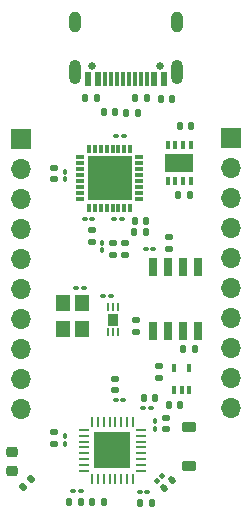
<source format=gbr>
%TF.GenerationSoftware,KiCad,Pcbnew,8.0.4*%
%TF.CreationDate,2024-08-26T12:07:15-05:00*%
%TF.ProjectId,iCEGenius,69434547-656e-4697-9573-2e6b69636164,rev?*%
%TF.SameCoordinates,Original*%
%TF.FileFunction,Soldermask,Top*%
%TF.FilePolarity,Negative*%
%FSLAX46Y46*%
G04 Gerber Fmt 4.6, Leading zero omitted, Abs format (unit mm)*
G04 Created by KiCad (PCBNEW 8.0.4) date 2024-08-26 12:07:15*
%MOMM*%
%LPD*%
G01*
G04 APERTURE LIST*
G04 Aperture macros list*
%AMRoundRect*
0 Rectangle with rounded corners*
0 $1 Rounding radius*
0 $2 $3 $4 $5 $6 $7 $8 $9 X,Y pos of 4 corners*
0 Add a 4 corners polygon primitive as box body*
4,1,4,$2,$3,$4,$5,$6,$7,$8,$9,$2,$3,0*
0 Add four circle primitives for the rounded corners*
1,1,$1+$1,$2,$3*
1,1,$1+$1,$4,$5*
1,1,$1+$1,$6,$7*
1,1,$1+$1,$8,$9*
0 Add four rect primitives between the rounded corners*
20,1,$1+$1,$2,$3,$4,$5,0*
20,1,$1+$1,$4,$5,$6,$7,0*
20,1,$1+$1,$6,$7,$8,$9,0*
20,1,$1+$1,$8,$9,$2,$3,0*%
G04 Aperture macros list end*
%ADD10RoundRect,0.140000X-0.140000X-0.170000X0.140000X-0.170000X0.140000X0.170000X-0.140000X0.170000X0*%
%ADD11RoundRect,0.100000X0.100000X-0.130000X0.100000X0.130000X-0.100000X0.130000X-0.100000X-0.130000X0*%
%ADD12R,1.200000X1.400000*%
%ADD13R,0.200000X0.650000*%
%ADD14R,0.850000X1.050000*%
%ADD15R,3.100000X3.100000*%
%ADD16RoundRect,0.062500X-0.062500X-0.375000X0.062500X-0.375000X0.062500X0.375000X-0.062500X0.375000X0*%
%ADD17RoundRect,0.062500X-0.375000X-0.062500X0.375000X-0.062500X0.375000X0.062500X-0.375000X0.062500X0*%
%ADD18R,0.700000X1.525000*%
%ADD19R,0.300000X0.800000*%
%ADD20R,0.800000X0.300000*%
%ADD21R,3.750000X3.750000*%
%ADD22RoundRect,0.100000X0.100000X-0.225000X0.100000X0.225000X-0.100000X0.225000X-0.100000X-0.225000X0*%
%ADD23RoundRect,0.135000X-0.135000X-0.185000X0.135000X-0.185000X0.135000X0.185000X-0.135000X0.185000X0*%
%ADD24RoundRect,0.135000X0.035355X-0.226274X0.226274X-0.035355X-0.035355X0.226274X-0.226274X0.035355X0*%
%ADD25RoundRect,0.135000X0.185000X-0.135000X0.185000X0.135000X-0.185000X0.135000X-0.185000X-0.135000X0*%
%ADD26RoundRect,0.135000X0.135000X0.185000X-0.135000X0.185000X-0.135000X-0.185000X0.135000X-0.185000X0*%
%ADD27RoundRect,0.135000X-0.185000X0.135000X-0.185000X-0.135000X0.185000X-0.135000X0.185000X0.135000X0*%
%ADD28RoundRect,0.147500X0.172500X-0.147500X0.172500X0.147500X-0.172500X0.147500X-0.172500X-0.147500X0*%
%ADD29RoundRect,0.218750X-0.256250X0.218750X-0.256250X-0.218750X0.256250X-0.218750X0.256250X0.218750X0*%
%ADD30RoundRect,0.147500X-0.147500X-0.172500X0.147500X-0.172500X0.147500X0.172500X-0.147500X0.172500X0*%
%ADD31RoundRect,0.147500X0.147500X0.172500X-0.147500X0.172500X-0.147500X-0.172500X0.147500X-0.172500X0*%
%ADD32RoundRect,0.225000X-0.375000X0.225000X-0.375000X-0.225000X0.375000X-0.225000X0.375000X0.225000X0*%
%ADD33RoundRect,0.100000X0.130000X0.100000X-0.130000X0.100000X-0.130000X-0.100000X0.130000X-0.100000X0*%
%ADD34RoundRect,0.140000X0.021213X-0.219203X0.219203X-0.021213X-0.021213X0.219203X-0.219203X0.021213X0*%
%ADD35RoundRect,0.100000X-0.130000X-0.100000X0.130000X-0.100000X0.130000X0.100000X-0.130000X0.100000X0*%
%ADD36RoundRect,0.140000X0.170000X-0.140000X0.170000X0.140000X-0.170000X0.140000X-0.170000X-0.140000X0*%
%ADD37RoundRect,0.100000X-0.021213X-0.162635X0.162635X0.021213X0.021213X0.162635X-0.162635X-0.021213X0*%
%ADD38RoundRect,0.140000X0.140000X0.170000X-0.140000X0.170000X-0.140000X-0.170000X0.140000X-0.170000X0*%
%ADD39RoundRect,0.100000X-0.100000X0.130000X-0.100000X-0.130000X0.100000X-0.130000X0.100000X0.130000X0*%
%ADD40RoundRect,0.140000X-0.170000X0.140000X-0.170000X-0.140000X0.170000X-0.140000X0.170000X0.140000X0*%
%ADD41O,1.700000X1.700000*%
%ADD42R,1.700000X1.700000*%
%ADD43O,1.000000X1.800000*%
%ADD44O,1.000000X2.100000*%
%ADD45R,0.600000X1.150000*%
%ADD46R,0.300000X1.150000*%
%ADD47C,0.650000*%
%ADD48R,0.350000X0.650000*%
%ADD49R,2.400000X1.550000*%
G04 APERTURE END LIST*
D10*
%TO.C,C2*%
X160420000Y-93300000D03*
X161380000Y-93300000D03*
%TD*%
%TO.C,C1*%
X160545000Y-87462500D03*
X161505000Y-87462500D03*
%TD*%
D11*
%TO.C,C6*%
X150803905Y-91999999D03*
X150803905Y-91359999D03*
%TD*%
D12*
%TO.C,Y1*%
X150700000Y-102500000D03*
X150700000Y-104700000D03*
X152300000Y-104700000D03*
X152300000Y-102500000D03*
%TD*%
D13*
%TO.C,U6*%
X154500000Y-104950000D03*
X154900000Y-104950000D03*
X155300000Y-104950000D03*
X155300000Y-102850000D03*
X154900000Y-102850000D03*
X154500000Y-102850000D03*
D14*
X154900000Y-103900000D03*
%TD*%
D15*
%TO.C,U5*%
X154850003Y-114950000D03*
D16*
X153100003Y-112512500D03*
X153600003Y-112512500D03*
X154100003Y-112512500D03*
X154600003Y-112512500D03*
X155100003Y-112512500D03*
X155600003Y-112512500D03*
X156100003Y-112512500D03*
X156600003Y-112512500D03*
D17*
X157287503Y-113200000D03*
X157287503Y-113700000D03*
X157287503Y-114200000D03*
X157287503Y-114700000D03*
X157287503Y-115200000D03*
X157287503Y-115700000D03*
X157287503Y-116200000D03*
X157287503Y-116700000D03*
D16*
X156600003Y-117387500D03*
X156100003Y-117387500D03*
X155600003Y-117387500D03*
X155100003Y-117387500D03*
X154600003Y-117387500D03*
X154100003Y-117387500D03*
X153600003Y-117387500D03*
X153100003Y-117387500D03*
D17*
X152412503Y-116700000D03*
X152412503Y-116200000D03*
X152412503Y-115700000D03*
X152412503Y-115200000D03*
X152412503Y-114700000D03*
X152412503Y-114200000D03*
X152412503Y-113700000D03*
X152412503Y-113200000D03*
%TD*%
D18*
%TO.C,U4*%
X158295000Y-104812000D03*
X159565000Y-104812000D03*
X160835000Y-104812000D03*
X162105000Y-104812000D03*
X162105000Y-99388000D03*
X160835000Y-99388000D03*
X159565000Y-99388000D03*
X158295000Y-99388000D03*
%TD*%
D19*
%TO.C,U3*%
X152853905Y-94400000D03*
X153353905Y-94399999D03*
X153853905Y-94400000D03*
X154353905Y-94400000D03*
X154853905Y-94400000D03*
X155353905Y-94400000D03*
X155853905Y-94399999D03*
X156353905Y-94400000D03*
D20*
X157103905Y-93650000D03*
X157103904Y-93150000D03*
X157103905Y-92650000D03*
X157103905Y-92150000D03*
X157103905Y-91650000D03*
X157103905Y-91150000D03*
X157103904Y-90650000D03*
X157103905Y-90150000D03*
D19*
X156353905Y-89400000D03*
X155853905Y-89400001D03*
X155353905Y-89400000D03*
X154853905Y-89400000D03*
X154353905Y-89400000D03*
X153853905Y-89400000D03*
X153353905Y-89400001D03*
X152853905Y-89400000D03*
D20*
X152103905Y-90150000D03*
X152103906Y-90650000D03*
X152103905Y-91150000D03*
X152103905Y-91650000D03*
X152103905Y-92150000D03*
X152103905Y-92650000D03*
X152103906Y-93150000D03*
X152103905Y-93650000D03*
D21*
X154603905Y-91900000D03*
%TD*%
D22*
%TO.C,U2*%
X160050000Y-107950000D03*
X161350000Y-107950000D03*
X161350000Y-109850000D03*
X160700000Y-109849999D03*
X160050000Y-109850000D03*
%TD*%
D23*
%TO.C,R8*%
X154156097Y-119350001D03*
X153136099Y-119350001D03*
%TD*%
D24*
%TO.C,R7*%
X147960624Y-117339376D03*
X147239376Y-118060624D03*
%TD*%
D25*
%TO.C,R6*%
X156800000Y-104909999D03*
X156800000Y-103890001D03*
%TD*%
D26*
%TO.C,R5*%
X161809999Y-106400000D03*
X160790001Y-106400000D03*
%TD*%
D27*
%TO.C,R4*%
X159600000Y-96890001D03*
X159600000Y-97909999D03*
%TD*%
D23*
%TO.C,R3*%
X156690001Y-96500000D03*
X157709999Y-96500000D03*
%TD*%
D26*
%TO.C,R2*%
X153509999Y-85100000D03*
X152490001Y-85100000D03*
%TD*%
D23*
%TO.C,R1*%
X156790000Y-85100000D03*
X157810000Y-85100000D03*
%TD*%
D28*
%TO.C,L1*%
X153103905Y-97285000D03*
X153103905Y-96315000D03*
%TD*%
D29*
%TO.C,D5*%
X146300000Y-116687501D03*
X146300000Y-115112499D03*
%TD*%
D30*
%TO.C,D4*%
X154115000Y-86300000D03*
X155085000Y-86300000D03*
%TD*%
D31*
%TO.C,D3*%
X159885000Y-85200000D03*
X158915000Y-85200000D03*
%TD*%
%TO.C,D2*%
X156985000Y-86400000D03*
X156015000Y-86400000D03*
%TD*%
D32*
%TO.C,D1*%
X161287501Y-116250001D03*
X161287501Y-112950001D03*
%TD*%
D33*
%TO.C,C30*%
X152187500Y-118399999D03*
X151547500Y-118399999D03*
%TD*%
D34*
%TO.C,C29*%
X159926912Y-117460589D03*
X159248090Y-118139411D03*
%TD*%
D35*
%TO.C,C28*%
X157167503Y-118500000D03*
X157807503Y-118500000D03*
%TD*%
D10*
%TO.C,C27*%
X157207501Y-119400001D03*
X158167501Y-119400001D03*
%TD*%
D11*
%TO.C,C26*%
X150787502Y-114400001D03*
X150787502Y-113760001D03*
%TD*%
D36*
%TO.C,C25*%
X149887502Y-114380000D03*
X149887502Y-113420000D03*
%TD*%
D35*
%TO.C,C24*%
X155121459Y-110650001D03*
X155761459Y-110650001D03*
%TD*%
D36*
%TO.C,C23*%
X155100000Y-109860000D03*
X155100000Y-108900000D03*
%TD*%
D37*
%TO.C,C22*%
X159035959Y-117078752D03*
X158583411Y-117531300D03*
%TD*%
D38*
%TO.C,C21*%
X152167501Y-119300000D03*
X151207501Y-119300000D03*
%TD*%
D35*
%TO.C,C20*%
X158087503Y-111400000D03*
X157447503Y-111400000D03*
%TD*%
D10*
%TO.C,C19*%
X158447501Y-110500000D03*
X157487501Y-110500000D03*
%TD*%
D11*
%TO.C,C18*%
X158487501Y-112480000D03*
X158487501Y-113120000D03*
%TD*%
D36*
%TO.C,C17*%
X159387503Y-112184328D03*
X159387503Y-113144328D03*
%TD*%
D33*
%TO.C,C16*%
X152440000Y-101200000D03*
X151800000Y-101200000D03*
%TD*%
%TO.C,C15*%
X154720000Y-101900000D03*
X154080000Y-101900000D03*
%TD*%
%TO.C,C14*%
X158320000Y-97900000D03*
X157680000Y-97900000D03*
%TD*%
D10*
%TO.C,C13*%
X156729999Y-95499999D03*
X157689999Y-95499999D03*
%TD*%
D35*
%TO.C,C12*%
X155180000Y-88300000D03*
X155820000Y-88300000D03*
%TD*%
%TO.C,C11*%
X154983905Y-95400000D03*
X155623905Y-95400000D03*
%TD*%
D33*
%TO.C,C10*%
X153123905Y-95400000D03*
X152483905Y-95400000D03*
%TD*%
D39*
%TO.C,C9*%
X154003906Y-97379999D03*
X154003906Y-98019999D03*
%TD*%
D40*
%TO.C,C8*%
X154903905Y-97420000D03*
X154903905Y-98380000D03*
%TD*%
%TO.C,C7*%
X155903906Y-97419999D03*
X155903906Y-98379999D03*
%TD*%
D36*
%TO.C,C5*%
X149903906Y-91960000D03*
X149903906Y-91000000D03*
%TD*%
%TO.C,C4*%
X158800001Y-107820000D03*
X158800001Y-108780000D03*
%TD*%
D10*
%TO.C,C3*%
X160595948Y-111121978D03*
X159635948Y-111121978D03*
%TD*%
D41*
%TO.C,J3*%
X164915000Y-111390000D03*
X164915000Y-108850000D03*
X164915000Y-106310000D03*
X164915000Y-103770000D03*
X164915000Y-101230000D03*
X164915000Y-98690000D03*
X164915000Y-96150000D03*
X164915000Y-93610000D03*
X164915000Y-91070000D03*
D42*
X164915000Y-88530000D03*
%TD*%
D41*
%TO.C,J2*%
X147115000Y-111410000D03*
X147115000Y-108870000D03*
X147115000Y-106330000D03*
X147115000Y-103790000D03*
X147115000Y-101250000D03*
X147115000Y-98710000D03*
X147115000Y-96170000D03*
X147115000Y-93630000D03*
X147115000Y-91090000D03*
D42*
X147115000Y-88550000D03*
%TD*%
D43*
%TO.C,J1*%
X151680000Y-78720000D03*
D44*
X151680000Y-82900000D03*
D43*
X160320000Y-78720000D03*
D44*
X160320000Y-82900000D03*
D45*
X159200000Y-83475000D03*
X158400000Y-83475000D03*
D46*
X157750000Y-83475000D03*
X156750000Y-83475000D03*
X155250000Y-83475000D03*
X154250000Y-83475000D03*
D45*
X153600000Y-83475000D03*
X152800000Y-83475000D03*
X152800000Y-83475000D03*
X153600000Y-83475000D03*
D46*
X154750000Y-83475000D03*
X155750000Y-83475000D03*
X156250000Y-83475000D03*
X157250000Y-83475000D03*
D45*
X158400000Y-83475000D03*
X159200000Y-83475000D03*
D47*
X153110000Y-82400000D03*
X158890000Y-82400000D03*
%TD*%
D48*
%TO.C,U1*%
X161475001Y-89062500D03*
X160825000Y-89062500D03*
X160175000Y-89062500D03*
X159524999Y-89062500D03*
X159524999Y-92162500D03*
X160175000Y-92162500D03*
X160825000Y-92162500D03*
X161475001Y-92162500D03*
D49*
X160500000Y-90612500D03*
%TD*%
M02*

</source>
